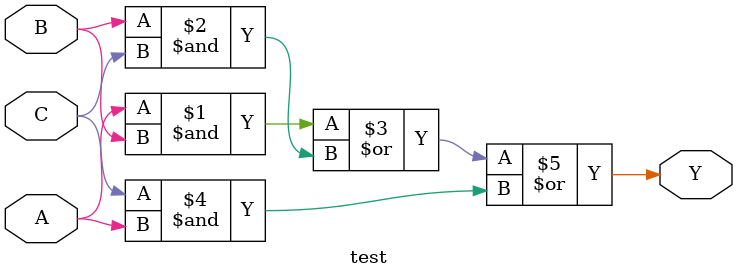
<source format=v>
`timescale 1ns / 1ps
module test(
    input A,
    input B,
    input C,
    output Y
    );

assign Y = (A&B)|(B&C)|(C&A);

endmodule
</source>
